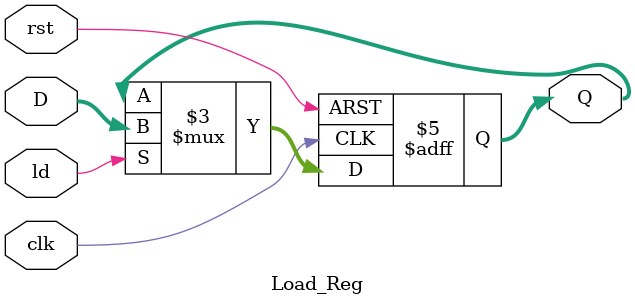
<source format=v>
`timescale 1ns / 1ps
module Load_Reg(clk, rst, ld, D, Q);

     input               clk, rst, ld;
     input     [7:0]     D;
     
     output    [7:0]     Q;
     
     reg       [7:0]     Q;
     
     always @(posedge clk, posedge rst)
          if(rst)
          begin
               Q <= 8'b0;
          end
          else if(ld)
          begin
               Q <= D;
          end
          else
          begin
               Q <= Q;
          end
endmodule

</source>
